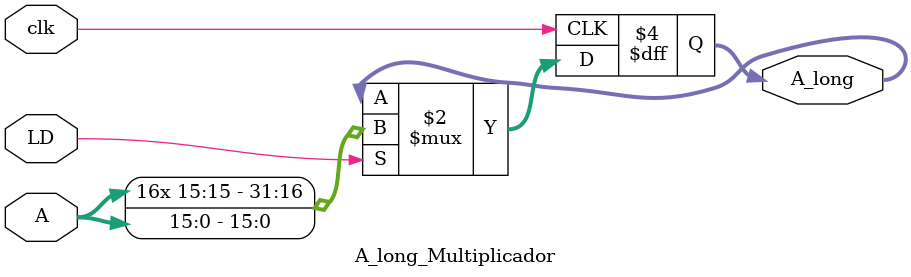
<source format=v>
module A_long_Multiplicador(

    input clk,
    input LD,
    input signed [15:0] A,
    
    output reg signed [31:0] A_long
);

    always @(posedge clk) begin
        if(LD)
            A_long <= {{16{A[15]}}, A};
    end

endmodule

</source>
